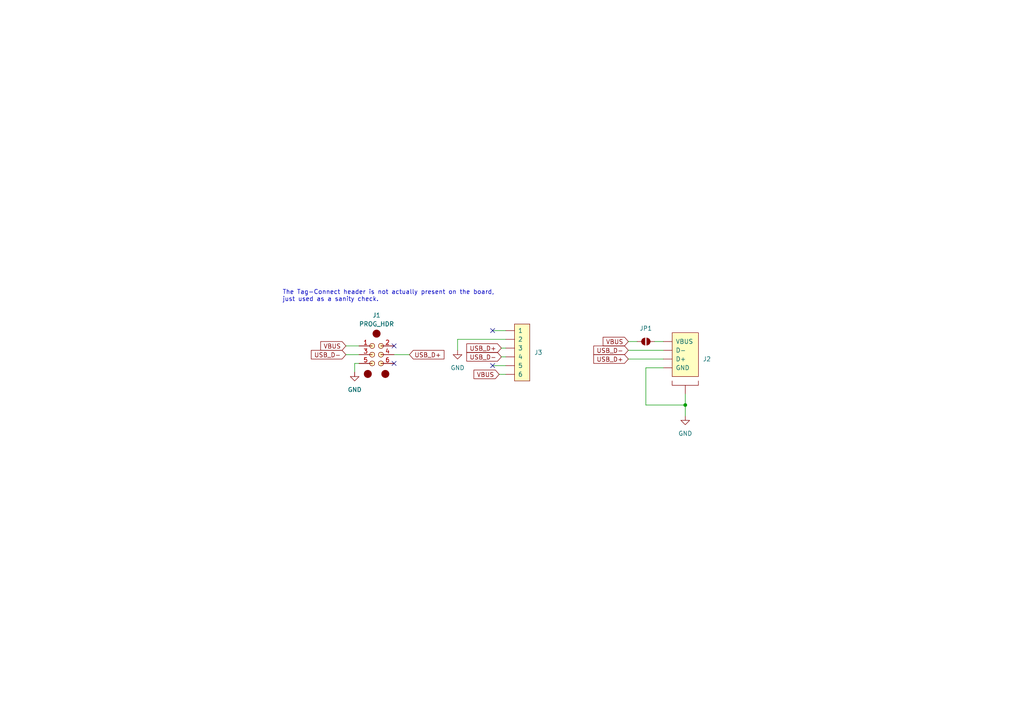
<source format=kicad_sch>
(kicad_sch (version 20230121) (generator eeschema)
  (paper "A4")
  (lib_symbols
    (symbol "biolite-kicad-lib:CONN_6" (pin_numbers hide) (pin_names (offset 1.016))
      (property "Reference" "J" (at -2.54 9.525 0))
      (symbol "CONN_6_0_1"
        (rectangle (start -2.54 8.255) (end 1.905 -8.255) (fill (type background)))
      )
      (symbol "CONN_6_1_1"
        (pin passive line (at -5.08 6.35 0) (length 2.54) (name "1") (number "1"))
        (pin passive line (at -5.08 3.81 0) (length 2.54) (name "2") (number "2"))
        (pin passive line (at -5.08 1.27 0) (length 2.54) (name "3") (number "3"))
        (pin passive line (at -5.08 -1.27 0) (length 2.54) (name "4") (number "4"))
        (pin passive line (at -5.08 -3.81 0) (length 2.54) (name "5") (number "5"))
        (pin passive line (at -5.08 -6.35 0) (length 2.54) (name "6") (number "6"))
      )
    )
    (symbol "biolite-kicad-lib:CONN_USB" (pin_numbers hide) (pin_names (offset 1.016))
      (property "Reference" "J" (at -2.54 7.62 0))
      (symbol "CONN_USB_0_1"
        (rectangle (start -2.54 6.35) (end 5.08 -6.35) (fill (type background)))
        (polyline (pts (xy -2.54 -7.62) (xy -2.54 -8.89) (xy 5.08 -8.89) (xy 5.08 -7.62)))
      )
      (symbol "CONN_USB_1_1"
        (pin passive line (at -5.08 3.81 0) (length 2.54) (name "VBUS") (number "1"))
        (pin passive line (at -5.08 1.27 0) (length 2.54) (name "D-") (number "2"))
        (pin passive line (at -5.08 -1.27 0) (length 2.54) (name "D+") (number "3"))
        (pin passive line (at -5.08 -3.81 0) (length 2.54) (name "GND") (number "4"))
        (pin bidirectional line (at 1.27 -11.43 90) (length 2.54) (name "~") (number "CASE"))
      )
    )
    (symbol "biolite-kicad-lib:GND" (power) (pin_numbers hide) (pin_names (offset 0) hide)
      (property "Value" "GND" (at 0 -2.54 0))
      (symbol "GND_0_1"
        (polyline (pts (xy -1.27 0) (xy 0 -1.27) (xy 1.27 0) (xy -1.27 0)))
      )
      (symbol "GND_1_1"
        (pin power_in line (at 0 1.27 270) (length 1.27) (name "GND") (number "1"))
      )
    )
    (symbol "biolite-kicad-lib:JUMPER_SOLDER_1MM" (pin_numbers hide) (pin_names (offset 0))
      (property "Reference" "JP" (at 0 2.794 0))
      (symbol "JUMPER_SOLDER_1MM_0_1"
        (arc (start -0.254 1.016) (mid -1.2656 0) (end -0.254 -1.016))
        (polyline (pts (xy -0.254 1.016) (xy -0.254 -1.016)))
        (polyline (pts (xy 0.254 -1.016) (xy 0.254 1.016)))
        (polyline (pts (xy -0.254 -1.016) (xy -1.016 -0.5842) (xy -1.27 0) (xy -0.889 0.762) (xy -0.254 1.016)) (fill (type outline)))
        (polyline (pts (xy 0.254 1.016) (xy 1.016 0.5842) (xy 1.27 0) (xy 0.889 -0.762) (xy 0.254 -1.016)) (fill (type outline)))
        (arc (start 0.254 -1.016) (mid 1.2656 0) (end 0.254 1.016))
      )
      (symbol "JUMPER_SOLDER_1MM_1_1"
        (pin bidirectional line (at 2.54 0 180) (length 1.27) (name "~") (number "1"))
        (pin bidirectional line (at -2.54 0 0) (length 1.27) (name "~") (number "2"))
      )
    )
    (symbol "biolite-kicad-lib:TC2030_Prog_Hdr" (pin_names (offset 1.016) hide)
      (property "Reference" "J1" (at 1.27 7.62 0))
      (property "Value" "PROG_HDR" (at 1.27 5.08 0))
      (symbol "TC2030_Prog_Hdr_1_1"
        (circle (center -1.27 -5.588) (radius 1.0776) (fill (type outline)))
        (circle (center 0 -2.54) (radius 0.7184) (fill (type background)))
        (circle (center 0 0) (radius 0.7184) (fill (type background)))
        (circle (center 0 2.54) (radius 0.7184) (fill (type background)))
        (circle (center 1.27 6.096) (radius 1.0776) (fill (type outline)))
        (circle (center 2.54 -2.54) (radius 0.7184) (fill (type background)))
        (circle (center 2.54 0) (radius 0.7184) (fill (type background)))
        (circle (center 2.54 2.54) (radius 0.7184) (fill (type background)))
        (circle (center 3.81 -5.588) (radius 1.0776) (fill (type outline)))
        (pin passive line (at -3.81 2.54 0) (length 3.81) (name "Pin_1") (number "1"))
        (pin passive line (at 6.35 2.54 180) (length 3.81) (name "Pin_2") (number "2"))
        (pin passive line (at -3.81 0 0) (length 3.81) (name "Pin_3") (number "3"))
        (pin passive line (at 6.35 0 180) (length 3.81) (name "Pin_4") (number "4"))
        (pin passive line (at -3.81 -2.54 0) (length 3.81) (name "Pin_5") (number "5"))
        (pin passive line (at 6.35 -2.54 180) (length 3.81) (name "Pin_6") (number "6"))
      )
    )
  )
  (junction (at 198.755 117.475))
  (no_connect (at 142.875 106.045))
  (no_connect (at 142.875 95.885))
  (no_connect (at 114.3 100.33))
  (no_connect (at 114.3 105.41))
  (wire (pts (xy 198.755 120.65) (xy 198.755 117.475)))
  (wire (pts (xy 100.33 100.33) (xy 104.14 100.33)))
  (wire (pts (xy 198.755 117.475) (xy 198.755 114.3)))
  (wire (pts (xy 102.87 105.41) (xy 104.14 105.41)))
  (wire (pts (xy 142.875 95.885) (xy 146.685 95.885)))
  (wire (pts (xy 118.745 102.87) (xy 114.3 102.87)))
  (wire (pts (xy 132.715 98.425) (xy 146.685 98.425)))
  (wire (pts (xy 102.87 107.95) (xy 102.87 105.41)))
  (wire (pts (xy 144.78 108.585) (xy 146.685 108.585)))
  (wire (pts (xy 182.245 101.6) (xy 192.405 101.6)))
  (wire (pts (xy 187.325 117.475) (xy 198.755 117.475)))
  (wire (pts (xy 189.865 99.06) (xy 192.405 99.06)))
  (wire (pts (xy 100.33 102.87) (xy 104.14 102.87)))
  (wire (pts (xy 182.245 104.14) (xy 192.405 104.14)))
  (wire (pts (xy 142.875 106.045) (xy 146.685 106.045)))
  (wire (pts (xy 182.245 99.06) (xy 184.785 99.06)))
  (wire (pts (xy 187.325 106.68) (xy 187.325 117.475)))
  (wire (pts (xy 145.415 100.965) (xy 146.685 100.965)))
  (wire (pts (xy 132.715 101.6) (xy 132.715 98.425)))
  (wire (pts (xy 187.325 106.68) (xy 192.405 106.68)))
  (wire (pts (xy 145.415 103.505) (xy 146.685 103.505)))
  (text "The Tag-Connect header is not actually present on the board,\njust used as a sanity check." (at 81.915 87.63 0) (effects (font (size 1.27 1.27)) (justify left bottom)))
  (global_label "USB_D+" (shape input) (at 145.415 100.965 180) (property "Intersheetrefs" "${INTERSHEET_REFS}" (effects hide)))
  (global_label "USB_D-" (shape input) (at 145.415 103.505 180) (property "Intersheetrefs" "${INTERSHEET_REFS}" (effects hide)))
  (global_label "VBUS" (shape input) (at 100.33 100.33 180) (property "Intersheetrefs" "${INTERSHEET_REFS}" (effects hide)))
  (global_label "USB_D+" (shape input) (at 182.245 104.14 180) (property "Intersheetrefs" "${INTERSHEET_REFS}" (effects hide)))
  (global_label "USB_D-" (shape input) (at 100.33 102.87 180) (property "Intersheetrefs" "${INTERSHEET_REFS}" (effects hide)))
  (global_label "USB_D-" (shape input) (at 182.245 101.6 180) (property "Intersheetrefs" "${INTERSHEET_REFS}" (effects hide)))
  (global_label "USB_D+" (shape input) (at 118.745 102.87 0) (property "Intersheetrefs" "${INTERSHEET_REFS}" (effects hide)))
  (global_label "VBUS" (shape input) (at 144.78 108.585 180) (property "Intersheetrefs" "${INTERSHEET_REFS}" (effects hide)))
  (global_label "VBUS" (shape input) (at 182.245 99.06 180) (property "Intersheetrefs" "${INTERSHEET_REFS}" (effects hide)))
  (symbol (lib_id "biolite-kicad-lib:JUMPER_SOLDER_1MM") (at 187.325 99.06 0) (unit 1)
    (property "Reference" "JP1" (at 187.325 95.25 0))
    (property "Value" "JUMPER_SOLDER_1MM" (effects hide))
    (property "Footprint" "biolite-kicad-lib:JUMPER_SOLDER_1MM" (effects hide))
  )
  (symbol (lib_id "biolite-kicad-lib:CONN_USB") (at 197.485 102.87 0) (unit 1)
    (property "Reference" "J2" (at 203.835 104.14 0) (effects (justify left)))
    (property "Value" "CONN_USB" (effects hide))
    (property "Footprint" "biolite-kicad-lib:CONN_USB_B_USB-B1HSB6" (effects hide))
  )
  (symbol (lib_id "biolite-kicad-lib:GND") (at 132.715 102.87 0) (unit 1)
    (property "Reference" "#PWR03" (effects hide))
    (property "Value" "GND" (at 132.715 106.68 0))
  )
  (symbol (lib_id "biolite-kicad-lib:CONN_6") (at 151.765 102.235 0) (unit 1)
    (property "Reference" "J3" (at 154.94 102.235 0) (effects (justify left)))
    (property "Value" "CONN_6" (effects hide))
    (property "Footprint" "biolite-kicad-lib:CONN_RJ12" (effects hide))
  )
  (symbol (lib_id "biolite-kicad-lib:GND") (at 198.755 121.92 0) (unit 1)
    (property "Reference" "#PWR01" (effects hide))
    (property "Value" "GND" (at 198.755 125.73 0))
  )
  (symbol (lib_id "biolite-kicad-lib:TC2030_Prog_Hdr") (at 107.95 102.87 0) (unit 1) (in_bom no) (on_board no)
    (property "Reference" "J1" (at 109.22 91.44 0))
    (property "Value" "PROG_HDR" (at 109.22 93.98 0))
    (property "Footprint" "biolite-kicad-lib:CONN_TC2030-IDC-NL" (effects hide))
    (property "Datasheet" "n/a" (effects hide))
    (property "DNP" "Y" (effects hide))
  )
  (symbol (lib_id "biolite-kicad-lib:GND") (at 102.87 109.22 0) (unit 1)
    (property "Reference" "#PWR02" (effects hide))
    (property "Value" "GND" (at 102.87 113.03 0))
  )
)
</source>
